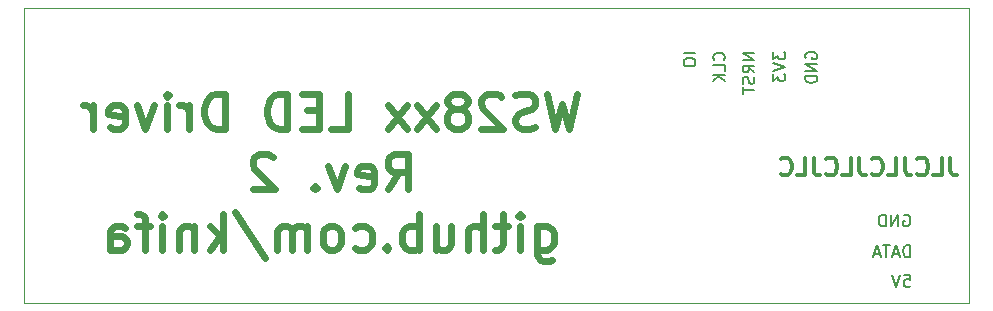
<source format=gbr>
G04 #@! TF.GenerationSoftware,KiCad,Pcbnew,(5.1.7)-1*
G04 #@! TF.CreationDate,2021-02-25T00:30:01+00:00*
G04 #@! TF.ProjectId,LedGateController,4c656447-6174-4654-936f-6e74726f6c6c,rev?*
G04 #@! TF.SameCoordinates,Original*
G04 #@! TF.FileFunction,Legend,Bot*
G04 #@! TF.FilePolarity,Positive*
%FSLAX46Y46*%
G04 Gerber Fmt 4.6, Leading zero omitted, Abs format (unit mm)*
G04 Created by KiCad (PCBNEW (5.1.7)-1) date 2021-02-25 00:30:01*
%MOMM*%
%LPD*%
G01*
G04 APERTURE LIST*
G04 #@! TA.AperFunction,Profile*
%ADD10C,0.050000*%
G04 #@! TD*
%ADD11C,0.300000*%
%ADD12C,0.160000*%
%ADD13C,0.600000*%
G04 APERTURE END LIST*
D10*
X0Y0D02*
X0Y-25010000D01*
X0Y0D02*
X80000000Y0D01*
D11*
X78428571Y-12678571D02*
X78428571Y-13750000D01*
X78500000Y-13964285D01*
X78642857Y-14107142D01*
X78857142Y-14178571D01*
X79000000Y-14178571D01*
X77000000Y-14178571D02*
X77714285Y-14178571D01*
X77714285Y-12678571D01*
X75642857Y-14035714D02*
X75714285Y-14107142D01*
X75928571Y-14178571D01*
X76071428Y-14178571D01*
X76285714Y-14107142D01*
X76428571Y-13964285D01*
X76500000Y-13821428D01*
X76571428Y-13535714D01*
X76571428Y-13321428D01*
X76500000Y-13035714D01*
X76428571Y-12892857D01*
X76285714Y-12750000D01*
X76071428Y-12678571D01*
X75928571Y-12678571D01*
X75714285Y-12750000D01*
X75642857Y-12821428D01*
X74571428Y-12678571D02*
X74571428Y-13750000D01*
X74642857Y-13964285D01*
X74785714Y-14107142D01*
X75000000Y-14178571D01*
X75142857Y-14178571D01*
X73142857Y-14178571D02*
X73857142Y-14178571D01*
X73857142Y-12678571D01*
X71785714Y-14035714D02*
X71857142Y-14107142D01*
X72071428Y-14178571D01*
X72214285Y-14178571D01*
X72428571Y-14107142D01*
X72571428Y-13964285D01*
X72642857Y-13821428D01*
X72714285Y-13535714D01*
X72714285Y-13321428D01*
X72642857Y-13035714D01*
X72571428Y-12892857D01*
X72428571Y-12750000D01*
X72214285Y-12678571D01*
X72071428Y-12678571D01*
X71857142Y-12750000D01*
X71785714Y-12821428D01*
X70714285Y-12678571D02*
X70714285Y-13750000D01*
X70785714Y-13964285D01*
X70928571Y-14107142D01*
X71142857Y-14178571D01*
X71285714Y-14178571D01*
X69285714Y-14178571D02*
X70000000Y-14178571D01*
X70000000Y-12678571D01*
X67928571Y-14035714D02*
X68000000Y-14107142D01*
X68214285Y-14178571D01*
X68357142Y-14178571D01*
X68571428Y-14107142D01*
X68714285Y-13964285D01*
X68785714Y-13821428D01*
X68857142Y-13535714D01*
X68857142Y-13321428D01*
X68785714Y-13035714D01*
X68714285Y-12892857D01*
X68571428Y-12750000D01*
X68357142Y-12678571D01*
X68214285Y-12678571D01*
X68000000Y-12750000D01*
X67928571Y-12821428D01*
X66857142Y-12678571D02*
X66857142Y-13750000D01*
X66928571Y-13964285D01*
X67071428Y-14107142D01*
X67285714Y-14178571D01*
X67428571Y-14178571D01*
X65428571Y-14178571D02*
X66142857Y-14178571D01*
X66142857Y-12678571D01*
X64071428Y-14035714D02*
X64142857Y-14107142D01*
X64357142Y-14178571D01*
X64499999Y-14178571D01*
X64714285Y-14107142D01*
X64857142Y-13964285D01*
X64928571Y-13821428D01*
X64999999Y-13535714D01*
X64999999Y-13321428D01*
X64928571Y-13035714D01*
X64857142Y-12892857D01*
X64714285Y-12750000D01*
X64499999Y-12678571D01*
X64357142Y-12678571D01*
X64142857Y-12750000D01*
X64071428Y-12821428D01*
D12*
X66200000Y-4265904D02*
X66152380Y-4170666D01*
X66152380Y-4027809D01*
X66200000Y-3884952D01*
X66295238Y-3789714D01*
X66390476Y-3742095D01*
X66580952Y-3694476D01*
X66723809Y-3694476D01*
X66914285Y-3742095D01*
X67009523Y-3789714D01*
X67104761Y-3884952D01*
X67152380Y-4027809D01*
X67152380Y-4123047D01*
X67104761Y-4265904D01*
X67057142Y-4313523D01*
X66723809Y-4313523D01*
X66723809Y-4123047D01*
X67152380Y-4742095D02*
X66152380Y-4742095D01*
X67152380Y-5313523D01*
X66152380Y-5313523D01*
X67152380Y-5789714D02*
X66152380Y-5789714D01*
X66152380Y-6027809D01*
X66200000Y-6170666D01*
X66295238Y-6265904D01*
X66390476Y-6313523D01*
X66580952Y-6361142D01*
X66723809Y-6361142D01*
X66914285Y-6313523D01*
X67009523Y-6265904D01*
X67104761Y-6170666D01*
X67152380Y-6027809D01*
X67152380Y-5789714D01*
X63452380Y-3746857D02*
X63452380Y-4365904D01*
X63833333Y-4032571D01*
X63833333Y-4175428D01*
X63880952Y-4270666D01*
X63928571Y-4318285D01*
X64023809Y-4365904D01*
X64261904Y-4365904D01*
X64357142Y-4318285D01*
X64404761Y-4270666D01*
X64452380Y-4175428D01*
X64452380Y-3889714D01*
X64404761Y-3794476D01*
X64357142Y-3746857D01*
X63452380Y-4651619D02*
X64452380Y-4984952D01*
X63452380Y-5318285D01*
X63452380Y-5556380D02*
X63452380Y-6175428D01*
X63833333Y-5842095D01*
X63833333Y-5984952D01*
X63880952Y-6080190D01*
X63928571Y-6127809D01*
X64023809Y-6175428D01*
X64261904Y-6175428D01*
X64357142Y-6127809D01*
X64404761Y-6080190D01*
X64452380Y-5984952D01*
X64452380Y-5699238D01*
X64404761Y-5604000D01*
X64357142Y-5556380D01*
X61852380Y-3842095D02*
X60852380Y-3842095D01*
X61852380Y-4413523D01*
X60852380Y-4413523D01*
X61852380Y-5461142D02*
X61376190Y-5127809D01*
X61852380Y-4889714D02*
X60852380Y-4889714D01*
X60852380Y-5270666D01*
X60900000Y-5365904D01*
X60947619Y-5413523D01*
X61042857Y-5461142D01*
X61185714Y-5461142D01*
X61280952Y-5413523D01*
X61328571Y-5365904D01*
X61376190Y-5270666D01*
X61376190Y-4889714D01*
X61804761Y-5842095D02*
X61852380Y-5984952D01*
X61852380Y-6223047D01*
X61804761Y-6318285D01*
X61757142Y-6365904D01*
X61661904Y-6413523D01*
X61566666Y-6413523D01*
X61471428Y-6365904D01*
X61423809Y-6318285D01*
X61376190Y-6223047D01*
X61328571Y-6032571D01*
X61280952Y-5937333D01*
X61233333Y-5889714D01*
X61138095Y-5842095D01*
X61042857Y-5842095D01*
X60947619Y-5889714D01*
X60900000Y-5937333D01*
X60852380Y-6032571D01*
X60852380Y-6270666D01*
X60900000Y-6413523D01*
X60852380Y-6699238D02*
X60852380Y-7270666D01*
X61852380Y-6984952D02*
X60852380Y-6984952D01*
X56852380Y-3842095D02*
X55852380Y-3842095D01*
X55852380Y-4508761D02*
X55852380Y-4699238D01*
X55900000Y-4794476D01*
X55995238Y-4889714D01*
X56185714Y-4937333D01*
X56519047Y-4937333D01*
X56709523Y-4889714D01*
X56804761Y-4794476D01*
X56852380Y-4699238D01*
X56852380Y-4508761D01*
X56804761Y-4413523D01*
X56709523Y-4318285D01*
X56519047Y-4270666D01*
X56185714Y-4270666D01*
X55995238Y-4318285D01*
X55900000Y-4413523D01*
X55852380Y-4508761D01*
X59257142Y-4413523D02*
X59304761Y-4365904D01*
X59352380Y-4223047D01*
X59352380Y-4127809D01*
X59304761Y-3984952D01*
X59209523Y-3889714D01*
X59114285Y-3842095D01*
X58923809Y-3794476D01*
X58780952Y-3794476D01*
X58590476Y-3842095D01*
X58495238Y-3889714D01*
X58400000Y-3984952D01*
X58352380Y-4127809D01*
X58352380Y-4223047D01*
X58400000Y-4365904D01*
X58447619Y-4413523D01*
X59352380Y-5318285D02*
X59352380Y-4842095D01*
X58352380Y-4842095D01*
X59352380Y-5651619D02*
X58352380Y-5651619D01*
X59352380Y-6223047D02*
X58780952Y-5794476D01*
X58352380Y-6223047D02*
X58923809Y-5651619D01*
X74484095Y-17550000D02*
X74579333Y-17502380D01*
X74722190Y-17502380D01*
X74865047Y-17550000D01*
X74960285Y-17645238D01*
X75007904Y-17740476D01*
X75055523Y-17930952D01*
X75055523Y-18073809D01*
X75007904Y-18264285D01*
X74960285Y-18359523D01*
X74865047Y-18454761D01*
X74722190Y-18502380D01*
X74626952Y-18502380D01*
X74484095Y-18454761D01*
X74436476Y-18407142D01*
X74436476Y-18073809D01*
X74626952Y-18073809D01*
X74007904Y-18502380D02*
X74007904Y-17502380D01*
X73436476Y-18502380D01*
X73436476Y-17502380D01*
X72960285Y-18502380D02*
X72960285Y-17502380D01*
X72722190Y-17502380D01*
X72579333Y-17550000D01*
X72484095Y-17645238D01*
X72436476Y-17740476D01*
X72388857Y-17930952D01*
X72388857Y-18073809D01*
X72436476Y-18264285D01*
X72484095Y-18359523D01*
X72579333Y-18454761D01*
X72722190Y-18502380D01*
X72960285Y-18502380D01*
X75007904Y-21102380D02*
X75007904Y-20102380D01*
X74769809Y-20102380D01*
X74626952Y-20150000D01*
X74531714Y-20245238D01*
X74484095Y-20340476D01*
X74436476Y-20530952D01*
X74436476Y-20673809D01*
X74484095Y-20864285D01*
X74531714Y-20959523D01*
X74626952Y-21054761D01*
X74769809Y-21102380D01*
X75007904Y-21102380D01*
X74055523Y-20816666D02*
X73579333Y-20816666D01*
X74150761Y-21102380D02*
X73817428Y-20102380D01*
X73484095Y-21102380D01*
X73293619Y-20102380D02*
X72722190Y-20102380D01*
X73007904Y-21102380D02*
X73007904Y-20102380D01*
X72436476Y-20816666D02*
X71960285Y-20816666D01*
X72531714Y-21102380D02*
X72198380Y-20102380D01*
X71865047Y-21102380D01*
X74531714Y-22602380D02*
X75007904Y-22602380D01*
X75055523Y-23078571D01*
X75007904Y-23030952D01*
X74912666Y-22983333D01*
X74674571Y-22983333D01*
X74579333Y-23030952D01*
X74531714Y-23078571D01*
X74484095Y-23173809D01*
X74484095Y-23411904D01*
X74531714Y-23507142D01*
X74579333Y-23554761D01*
X74674571Y-23602380D01*
X74912666Y-23602380D01*
X75007904Y-23554761D01*
X75055523Y-23507142D01*
X74198380Y-22602380D02*
X73865047Y-23602380D01*
X73531714Y-22602380D01*
D13*
X46857142Y-7257142D02*
X46142857Y-10257142D01*
X45571428Y-8114285D01*
X45000000Y-10257142D01*
X44285714Y-7257142D01*
X43285714Y-10114285D02*
X42857142Y-10257142D01*
X42142857Y-10257142D01*
X41857142Y-10114285D01*
X41714285Y-9971428D01*
X41571428Y-9685714D01*
X41571428Y-9400000D01*
X41714285Y-9114285D01*
X41857142Y-8971428D01*
X42142857Y-8828571D01*
X42714285Y-8685714D01*
X43000000Y-8542857D01*
X43142857Y-8400000D01*
X43285714Y-8114285D01*
X43285714Y-7828571D01*
X43142857Y-7542857D01*
X43000000Y-7400000D01*
X42714285Y-7257142D01*
X42000000Y-7257142D01*
X41571428Y-7400000D01*
X40428571Y-7542857D02*
X40285714Y-7400000D01*
X40000000Y-7257142D01*
X39285714Y-7257142D01*
X39000000Y-7400000D01*
X38857142Y-7542857D01*
X38714285Y-7828571D01*
X38714285Y-8114285D01*
X38857142Y-8542857D01*
X40571428Y-10257142D01*
X38714285Y-10257142D01*
X37000000Y-8542857D02*
X37285714Y-8400000D01*
X37428571Y-8257142D01*
X37571428Y-7971428D01*
X37571428Y-7828571D01*
X37428571Y-7542857D01*
X37285714Y-7400000D01*
X37000000Y-7257142D01*
X36428571Y-7257142D01*
X36142857Y-7400000D01*
X36000000Y-7542857D01*
X35857142Y-7828571D01*
X35857142Y-7971428D01*
X36000000Y-8257142D01*
X36142857Y-8400000D01*
X36428571Y-8542857D01*
X37000000Y-8542857D01*
X37285714Y-8685714D01*
X37428571Y-8828571D01*
X37571428Y-9114285D01*
X37571428Y-9685714D01*
X37428571Y-9971428D01*
X37285714Y-10114285D01*
X37000000Y-10257142D01*
X36428571Y-10257142D01*
X36142857Y-10114285D01*
X36000000Y-9971428D01*
X35857142Y-9685714D01*
X35857142Y-9114285D01*
X36000000Y-8828571D01*
X36142857Y-8685714D01*
X36428571Y-8542857D01*
X34857142Y-10257142D02*
X33285714Y-8257142D01*
X34857142Y-8257142D02*
X33285714Y-10257142D01*
X32428571Y-10257142D02*
X30857142Y-8257142D01*
X32428571Y-8257142D02*
X30857142Y-10257142D01*
X26000000Y-10257142D02*
X27428571Y-10257142D01*
X27428571Y-7257142D01*
X25000000Y-8685714D02*
X24000000Y-8685714D01*
X23571428Y-10257142D02*
X25000000Y-10257142D01*
X25000000Y-7257142D01*
X23571428Y-7257142D01*
X22285714Y-10257142D02*
X22285714Y-7257142D01*
X21571428Y-7257142D01*
X21142857Y-7400000D01*
X20857142Y-7685714D01*
X20714285Y-7971428D01*
X20571428Y-8542857D01*
X20571428Y-8971428D01*
X20714285Y-9542857D01*
X20857142Y-9828571D01*
X21142857Y-10114285D01*
X21571428Y-10257142D01*
X22285714Y-10257142D01*
X17000000Y-10257142D02*
X17000000Y-7257142D01*
X16285714Y-7257142D01*
X15857142Y-7400000D01*
X15571428Y-7685714D01*
X15428571Y-7971428D01*
X15285714Y-8542857D01*
X15285714Y-8971428D01*
X15428571Y-9542857D01*
X15571428Y-9828571D01*
X15857142Y-10114285D01*
X16285714Y-10257142D01*
X17000000Y-10257142D01*
X14000000Y-10257142D02*
X14000000Y-8257142D01*
X14000000Y-8828571D02*
X13857142Y-8542857D01*
X13714285Y-8400000D01*
X13428571Y-8257142D01*
X13142857Y-8257142D01*
X12142857Y-10257142D02*
X12142857Y-8257142D01*
X12142857Y-7257142D02*
X12285714Y-7400000D01*
X12142857Y-7542857D01*
X12000000Y-7400000D01*
X12142857Y-7257142D01*
X12142857Y-7542857D01*
X11000000Y-8257142D02*
X10285714Y-10257142D01*
X9571428Y-8257142D01*
X7285714Y-10114285D02*
X7571428Y-10257142D01*
X8142857Y-10257142D01*
X8428571Y-10114285D01*
X8571428Y-9828571D01*
X8571428Y-8685714D01*
X8428571Y-8400000D01*
X8142857Y-8257142D01*
X7571428Y-8257142D01*
X7285714Y-8400000D01*
X7142857Y-8685714D01*
X7142857Y-8971428D01*
X8571428Y-9257142D01*
X5857142Y-10257142D02*
X5857142Y-8257142D01*
X5857142Y-8828571D02*
X5714285Y-8542857D01*
X5571428Y-8400000D01*
X5285714Y-8257142D01*
X5000000Y-8257142D01*
X30785714Y-15357142D02*
X31785714Y-13928571D01*
X32500000Y-15357142D02*
X32500000Y-12357142D01*
X31357142Y-12357142D01*
X31071428Y-12500000D01*
X30928571Y-12642857D01*
X30785714Y-12928571D01*
X30785714Y-13357142D01*
X30928571Y-13642857D01*
X31071428Y-13785714D01*
X31357142Y-13928571D01*
X32500000Y-13928571D01*
X28357142Y-15214285D02*
X28642857Y-15357142D01*
X29214285Y-15357142D01*
X29500000Y-15214285D01*
X29642857Y-14928571D01*
X29642857Y-13785714D01*
X29500000Y-13500000D01*
X29214285Y-13357142D01*
X28642857Y-13357142D01*
X28357142Y-13500000D01*
X28214285Y-13785714D01*
X28214285Y-14071428D01*
X29642857Y-14357142D01*
X27214285Y-13357142D02*
X26500000Y-15357142D01*
X25785714Y-13357142D01*
X24642857Y-15071428D02*
X24500000Y-15214285D01*
X24642857Y-15357142D01*
X24785714Y-15214285D01*
X24642857Y-15071428D01*
X24642857Y-15357142D01*
X21071428Y-12642857D02*
X20928571Y-12500000D01*
X20642857Y-12357142D01*
X19928571Y-12357142D01*
X19642857Y-12500000D01*
X19500000Y-12642857D01*
X19357142Y-12928571D01*
X19357142Y-13214285D01*
X19500000Y-13642857D01*
X21214285Y-15357142D01*
X19357142Y-15357142D01*
X43428571Y-18457142D02*
X43428571Y-20885714D01*
X43571428Y-21171428D01*
X43714285Y-21314285D01*
X44000000Y-21457142D01*
X44428571Y-21457142D01*
X44714285Y-21314285D01*
X43428571Y-20314285D02*
X43714285Y-20457142D01*
X44285714Y-20457142D01*
X44571428Y-20314285D01*
X44714285Y-20171428D01*
X44857142Y-19885714D01*
X44857142Y-19028571D01*
X44714285Y-18742857D01*
X44571428Y-18600000D01*
X44285714Y-18457142D01*
X43714285Y-18457142D01*
X43428571Y-18600000D01*
X42000000Y-20457142D02*
X42000000Y-18457142D01*
X42000000Y-17457142D02*
X42142857Y-17600000D01*
X42000000Y-17742857D01*
X41857142Y-17600000D01*
X42000000Y-17457142D01*
X42000000Y-17742857D01*
X41000000Y-18457142D02*
X39857142Y-18457142D01*
X40571428Y-17457142D02*
X40571428Y-20028571D01*
X40428571Y-20314285D01*
X40142857Y-20457142D01*
X39857142Y-20457142D01*
X38857142Y-20457142D02*
X38857142Y-17457142D01*
X37571428Y-20457142D02*
X37571428Y-18885714D01*
X37714285Y-18600000D01*
X38000000Y-18457142D01*
X38428571Y-18457142D01*
X38714285Y-18600000D01*
X38857142Y-18742857D01*
X34857142Y-18457142D02*
X34857142Y-20457142D01*
X36142857Y-18457142D02*
X36142857Y-20028571D01*
X36000000Y-20314285D01*
X35714285Y-20457142D01*
X35285714Y-20457142D01*
X35000000Y-20314285D01*
X34857142Y-20171428D01*
X33428571Y-20457142D02*
X33428571Y-17457142D01*
X33428571Y-18600000D02*
X33142857Y-18457142D01*
X32571428Y-18457142D01*
X32285714Y-18600000D01*
X32142857Y-18742857D01*
X32000000Y-19028571D01*
X32000000Y-19885714D01*
X32142857Y-20171428D01*
X32285714Y-20314285D01*
X32571428Y-20457142D01*
X33142857Y-20457142D01*
X33428571Y-20314285D01*
X30714285Y-20171428D02*
X30571428Y-20314285D01*
X30714285Y-20457142D01*
X30857142Y-20314285D01*
X30714285Y-20171428D01*
X30714285Y-20457142D01*
X28000000Y-20314285D02*
X28285714Y-20457142D01*
X28857142Y-20457142D01*
X29142857Y-20314285D01*
X29285714Y-20171428D01*
X29428571Y-19885714D01*
X29428571Y-19028571D01*
X29285714Y-18742857D01*
X29142857Y-18600000D01*
X28857142Y-18457142D01*
X28285714Y-18457142D01*
X28000000Y-18600000D01*
X26285714Y-20457142D02*
X26571428Y-20314285D01*
X26714285Y-20171428D01*
X26857142Y-19885714D01*
X26857142Y-19028571D01*
X26714285Y-18742857D01*
X26571428Y-18600000D01*
X26285714Y-18457142D01*
X25857142Y-18457142D01*
X25571428Y-18600000D01*
X25428571Y-18742857D01*
X25285714Y-19028571D01*
X25285714Y-19885714D01*
X25428571Y-20171428D01*
X25571428Y-20314285D01*
X25857142Y-20457142D01*
X26285714Y-20457142D01*
X24000000Y-20457142D02*
X24000000Y-18457142D01*
X24000000Y-18742857D02*
X23857142Y-18600000D01*
X23571428Y-18457142D01*
X23142857Y-18457142D01*
X22857142Y-18600000D01*
X22714285Y-18885714D01*
X22714285Y-20457142D01*
X22714285Y-18885714D02*
X22571428Y-18600000D01*
X22285714Y-18457142D01*
X21857142Y-18457142D01*
X21571428Y-18600000D01*
X21428571Y-18885714D01*
X21428571Y-20457142D01*
X17857142Y-17314285D02*
X20428571Y-21171428D01*
X16857142Y-20457142D02*
X16857142Y-17457142D01*
X16571428Y-19314285D02*
X15714285Y-20457142D01*
X15714285Y-18457142D02*
X16857142Y-19600000D01*
X14428571Y-18457142D02*
X14428571Y-20457142D01*
X14428571Y-18742857D02*
X14285714Y-18600000D01*
X14000000Y-18457142D01*
X13571428Y-18457142D01*
X13285714Y-18600000D01*
X13142857Y-18885714D01*
X13142857Y-20457142D01*
X11714285Y-20457142D02*
X11714285Y-18457142D01*
X11714285Y-17457142D02*
X11857142Y-17600000D01*
X11714285Y-17742857D01*
X11571428Y-17600000D01*
X11714285Y-17457142D01*
X11714285Y-17742857D01*
X10714285Y-18457142D02*
X9571428Y-18457142D01*
X10285714Y-20457142D02*
X10285714Y-17885714D01*
X10142857Y-17600000D01*
X9857142Y-17457142D01*
X9571428Y-17457142D01*
X7285714Y-20457142D02*
X7285714Y-18885714D01*
X7428571Y-18600000D01*
X7714285Y-18457142D01*
X8285714Y-18457142D01*
X8571428Y-18600000D01*
X7285714Y-20314285D02*
X7571428Y-20457142D01*
X8285714Y-20457142D01*
X8571428Y-20314285D01*
X8714285Y-20028571D01*
X8714285Y-19742857D01*
X8571428Y-19457142D01*
X8285714Y-19314285D01*
X7571428Y-19314285D01*
X7285714Y-19171428D01*
D10*
X80000000Y-25000000D02*
X80000000Y0D01*
X0Y-25010000D02*
X80000000Y-25000000D01*
M02*

</source>
